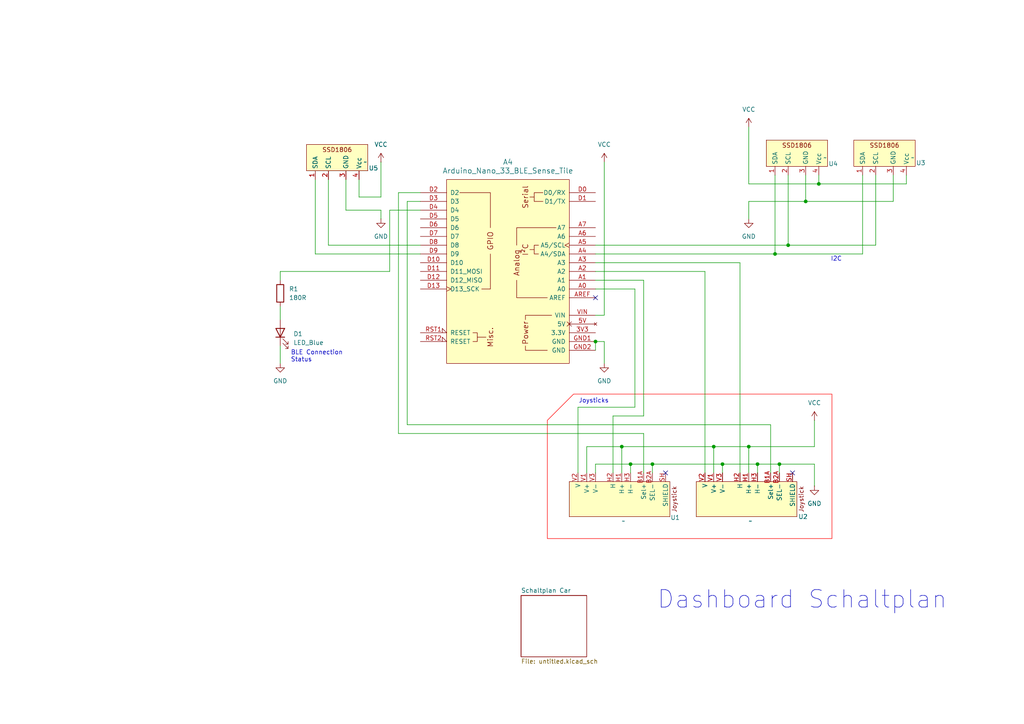
<source format=kicad_sch>
(kicad_sch (version 20250114) (generator "eeschema") (generator_version "9.0")
  (paper "A4")
  (lib_symbols
    (symbol "Device:LED" (pin_numbers (hide yes)) (pin_names (offset 1.016) (hide yes))
      (property "Reference" "D" (at 0 2.54 0))
      (property "Value" "LED" (at 0 -2.54 0))
      (symbol "LED_0_1"
        (polyline (pts (xy -3.048 -0.762) (xy -4.572 -2.286) (xy -3.81 -2.286) (xy -4.572 -2.286) (xy -4.572 -1.524)))
        (polyline (pts (xy -1.778 -0.762) (xy -3.302 -2.286) (xy -2.54 -2.286) (xy -3.302 -2.286) (xy -3.302 -1.524)))
        (polyline (pts (xy -1.27 0) (xy 1.27 0)))
        (polyline (pts (xy -1.27 -1.27) (xy -1.27 1.27)) (stroke (width 0.254)))
        (polyline (pts (xy 1.27 -1.27) (xy 1.27 1.27) (xy -1.27 0) (xy 1.27 -1.27)) (stroke (width 0.254)))
      )
      (symbol "LED_1_1"
        (pin passive line (at -3.81 0 0) (length 2.54) (name "K") (number "1"))
        (pin passive line (at 3.81 0 180) (length 2.54) (name "A") (number "2"))
      )
    )
    (symbol "Device:R" (pin_numbers (hide yes)) (pin_names (offset 0))
      (property "Reference" "R" (at 2.032 0 90))
      (property "Value" "R" (at 0 0 90))
      (symbol "R_0_1"
        (rectangle (start -1.016 -2.54) (end 1.016 2.54) (stroke (width 0.254)))
      )
      (symbol "R_1_1"
        (pin passive line (at 0 3.81 270) (length 1.27) (name "~") (number "1"))
        (pin passive line (at 0 -3.81 90) (length 1.27) (name "~") (number "2"))
      )
    )
    (symbol "SSD1806_1"
      (property "Reference" "U" (at 9.652 -3.048 0))
      (symbol "SSD1806_1_1_1"
        (rectangle (start -8.89 3.81) (end 8.89 -3.81) (fill (type background)))
        (text "SSD1806\n" (at 0 2.286 0) (effects (font (size 1.27 1.27))))
        (pin input line (at -6.35 -6.35 90) (length 2.54) (name "SDA") (number "1"))
        (pin input line (at -2.54 -6.35 90) (length 2.54) (name "SCL") (number "2"))
        (pin input line (at 2.54 -6.35 90) (length 2.54) (name "GND") (number "3"))
        (pin input line (at 6.35 -6.35 90) (length 2.54) (name "Vcc") (number "4"))
      )
    )
    (symbol "arduino-library:Arduino_Nano_33_BLE_Sense_Tile" (pin_names (offset 1.016))
      (property "Reference" "A" (at 0 33.02 0))
      (property "Value" "Arduino_Nano_33_BLE_Sense_Tile" (at 0 29.21 0))
      (symbol "Arduino_Nano_33_BLE_Sense_Tile_0_0"
        (rectangle (start -17.78 26.67) (end 17.78 -26.67) (fill (type background)))
        (polyline (pts (xy -11.43 -22.86) (xy -5.08 -22.86) (xy -5.08 -21.59)))
        (polyline (pts (xy -10.16 22.86) (xy -7.62 22.86) (xy -7.62 20.32) (xy -10.16 20.32)))
        (polyline (pts (xy -8.89 7.62) (xy -7.62 7.62) (xy -7.62 5.08) (xy -8.89 5.08)))
        (polyline (pts (xy -7.62 21.59) (xy -6.35 21.59)))
        (polyline (pts (xy -7.62 6.35) (xy -6.35 6.35)))
        (polyline (pts (xy -5.08 -13.97) (xy -5.08 -12.7) (xy -12.7 -12.7)))
        (polyline (pts (xy 8.89 -19.05) (xy 6.35 -19.05)))
        (text "Serial" (at -5.08 21.59 900) (effects (font (size 1.524 1.524))))
        (text "I²C" (at -5.08 6.35 900) (effects (font (size 1.524 1.524))))
        (text "Power" (at -5.08 -17.78 900) (effects (font (size 1.524 1.524))))
        (text "Analog" (at -2.54 2.54 900) (effects (font (size 1.524 1.524))))
        (text "Misc." (at 5.08 -19.05 900) (effects (font (size 1.524 1.524))))
      )
      (symbol "Arduino_Nano_33_BLE_Sense_Tile_0_1"
        (polyline (pts (xy -13.97 12.7) (xy -2.54 12.7) (xy -2.54 7.62)))
        (polyline (pts (xy -11.43 -7.62) (xy -2.54 -7.62) (xy -2.54 -2.54)))
        (polyline (pts (xy 7.62 -5.08) (xy 5.08 -5.08) (xy 5.08 5.08)))
        (polyline (pts (xy 10.16 -17.78) (xy 8.89 -17.78) (xy 8.89 -20.32) (xy 10.16 -20.32)))
        (polyline (pts (xy 13.97 22.86) (xy 5.08 22.86) (xy 5.08 12.7)))
      )
      (symbol "Arduino_Nano_33_BLE_Sense_Tile_1_0"
        (text "GPIO" (at 5.08 8.89 900) (effects (font (size 1.524 1.524))))
      )
      (symbol "Arduino_Nano_33_BLE_Sense_Tile_1_1"
        (pin bidirectional line (at -25.4 22.86 0) (length 7.62) (name "D0/RX") (number "D0"))
        (pin bidirectional line (at -25.4 20.32 0) (length 7.62) (name "D1/TX") (number "D1"))
        (pin input line (at -25.4 12.7 0) (length 7.62) (name "A7") (number "A7"))
        (pin input line (at -25.4 10.16 0) (length 7.62) (name "A6") (number "A6"))
        (pin bidirectional clock (at -25.4 7.62 0) (length 7.62) (name "A5/SCL") (number "A5"))
        (pin bidirectional line (at -25.4 5.08 0) (length 7.62) (name "A4/SDA") (number "A4"))
        (pin bidirectional line (at -25.4 2.54 0) (length 7.62) (name "A3") (number "A3"))
        (pin bidirectional line (at -25.4 0 0) (length 7.62) (name "A2") (number "A2"))
        (pin bidirectional line (at -25.4 -2.54 0) (length 7.62) (name "A1") (number "A1"))
        (pin bidirectional line (at -25.4 -5.08 0) (length 7.62) (name "A0") (number "A0"))
        (pin input line (at -25.4 -7.62 0) (length 7.62) (name "AREF") (number "AREF"))
        (pin power_in line (at -25.4 -12.7 0) (length 7.62) (name "VIN") (number "VIN"))
        (pin no_connect non_logic (at -25.4 -15.24 0) (length 7.62) (name "5V") (number "5V"))
        (pin power_in line (at -25.4 -17.78 0) (length 7.62) (name "3.3V") (number "3V3"))
        (pin power_in line (at -25.4 -20.32 0) (length 7.62) (name "GND") (number "GND1"))
        (pin power_in line (at -25.4 -22.86 0) (length 7.62) (name "GND") (number "GND2"))
        (pin bidirectional line (at 25.4 22.86 180) (length 7.62) (name "D2") (number "D2"))
        (pin bidirectional line (at 25.4 20.32 180) (length 7.62) (name "D3") (number "D3"))
        (pin bidirectional line (at 25.4 17.78 180) (length 7.62) (name "D4") (number "D4"))
        (pin bidirectional line (at 25.4 15.24 180) (length 7.62) (name "D5") (number "D5"))
        (pin bidirectional line (at 25.4 12.7 180) (length 7.62) (name "D6") (number "D6"))
        (pin bidirectional line (at 25.4 10.16 180) (length 7.62) (name "D7") (number "D7"))
        (pin bidirectional line (at 25.4 7.62 180) (length 7.62) (name "D8") (number "D8"))
        (pin bidirectional line (at 25.4 5.08 180) (length 7.62) (name "D9") (number "D9"))
        (pin bidirectional line (at 25.4 2.54 180) (length 7.62) (name "D10") (number "D10"))
        (pin bidirectional line (at 25.4 0 180) (length 7.62) (name "D11_MOSI") (number "D11"))
        (pin bidirectional line (at 25.4 -2.54 180) (length 7.62) (name "D12_MISO") (number "D12"))
        (pin bidirectional clock (at 25.4 -5.08 180) (length 7.62) (name "D13_SCK") (number "D13"))
        (pin open_collector input_low (at 25.4 -17.78 180) (length 7.62) (name "RESET") (number "RST1"))
        (pin open_collector input_low (at 25.4 -20.32 180) (length 7.62) (name "RESET") (number "RST2"))
      )
    )
    (symbol "es_custom_symbols:Joystick"
      (property "Reference" "U" (at -3.048 7.366 0))
      (symbol "Joystick_1_1"
        (rectangle (start -3.81 6.35) (end 6.35 -22.86) (fill (type background)))
        (text "Joystick" (at 1.27 -24.13 0) (effects (font (size 1.27 1.27))))
        (pin output line (at -6.35 3.81 0) (length 2.54) (name "V") (number "V2"))
        (pin power_in line (at -6.35 1.27 0) (length 2.54) (name "V+") (number "V1"))
        (pin input line (at -6.35 -1.27 0) (length 2.54) (name "V-") (number "V3"))
        (pin output line (at -6.35 -6.35 0) (length 2.54) (name "H") (number "H2"))
        (pin power_in line (at -6.35 -8.89 0) (length 2.54) (name "H+") (number "H1"))
        (pin input line (at -6.35 -11.43 0) (length 2.54) (name "H-") (number "H3"))
        (pin input line (at -6.35 -15.24 0) (length 2.54) (name "Sel+") (number "B1A"))
        (pin input line (at -6.35 -17.78 0) (length 2.54) (name "SEL-") (number "B2A"))
        (pin input line (at -6.35 -21.59 0) (length 2.54) (name "SHIELD") (number "SH"))
      )
    )
    (symbol "es_custom_symbols:SSD1806"
      (property "Reference" "U" (at 9.652 -3.048 0))
      (symbol "SSD1806_1_1"
        (rectangle (start -8.89 3.81) (end 8.89 -3.81) (fill (type background)))
        (text "SSD1806\n" (at 0 2.286 0) (effects (font (size 1.27 1.27))))
        (pin input line (at -6.35 -6.35 90) (length 2.54) (name "SDA") (number "1"))
        (pin input line (at -2.54 -6.35 90) (length 2.54) (name "SCL") (number "2"))
        (pin input line (at 2.54 -6.35 90) (length 2.54) (name "GND") (number "3"))
        (pin input line (at 6.35 -6.35 90) (length 2.54) (name "Vcc") (number "4"))
      )
    )
    (symbol "power:GND" (power) (pin_numbers (hide yes)) (pin_names (offset 0) (hide yes))
      (property "Value" "GND" (at 0 -3.81 0))
      (symbol "GND_0_1"
        (polyline (pts (xy 0 0) (xy 0 -1.27) (xy 1.27 -1.27) (xy 0 -2.54) (xy -1.27 -1.27) (xy 0 -1.27)))
      )
      (symbol "GND_1_1"
        (pin power_in line (at 0 0 270) (length 0) (name "~") (number "1"))
      )
    )
    (symbol "power:VCC" (power) (pin_numbers (hide yes)) (pin_names (offset 0) (hide yes))
      (property "Value" "VCC" (at 0 3.556 0))
      (symbol "VCC_0_1"
        (polyline (pts (xy -0.762 1.27) (xy 0 2.54)))
        (polyline (pts (xy 0 2.54) (xy 0.762 1.27)))
        (polyline (pts (xy 0 0) (xy 0 2.54)))
      )
      (symbol "VCC_1_1"
        (pin power_in line (at 0 0 90) (length 0) (name "~") (number "1"))
      )
    )
  )
  (text "Joysticks" (at 172.212 116.332 0) (effects (font (size 1.27 1.27))))
  (text "BLE Connection\nStatus" (at 84.328 103.378 0) (effects (font (size 1.27 1.27)) (justify left)))
  (text "I2C" (at 242.57 75.184 0) (effects (font (size 1.27 1.27))))
  (text "Dashboard Schaltplan\n" (at 232.664 173.99 0) (effects (font (size 5.08 5.08))))
  (junction (at 237.49 53.34))
  (junction (at 180.34 129.54))
  (junction (at 219.71 134.62))
  (junction (at 209.55 134.62))
  (junction (at 228.6 71.12))
  (junction (at 226.06 134.62))
  (junction (at 189.23 134.62))
  (junction (at 233.68 58.42))
  (junction (at 172.72 99.06))
  (junction (at 224.79 73.66))
  (junction (at 217.17 129.54))
  (junction (at 182.88 134.62))
  (junction (at 207.01 129.54))
  (no_connect (at 229.87 137.16))
  (no_connect (at 193.04 137.16))
  (no_connect (at 172.72 86.36))
  (wire (pts (xy 204.47 78.74) (xy 204.47 137.16)))
  (wire (pts (xy 81.28 88.9) (xy 81.28 92.71)))
  (wire (pts (xy 236.22 134.62) (xy 226.06 134.62)))
  (wire (pts (xy 217.17 137.16) (xy 217.17 129.54)))
  (wire (pts (xy 110.49 63.5) (xy 110.49 60.96)))
  (wire (pts (xy 209.55 134.62) (xy 189.23 134.62)))
  (wire (pts (xy 262.89 53.34) (xy 262.89 50.8)))
  (wire (pts (xy 113.03 60.96) (xy 113.03 78.74)))
  (wire (pts (xy 223.52 137.16) (xy 223.52 123.19)))
  (wire (pts (xy 224.79 73.66) (xy 250.19 73.66)))
  (wire (pts (xy 175.26 46.99) (xy 175.26 91.44)))
  (wire (pts (xy 91.44 73.66) (xy 91.44 52.07)))
  (wire (pts (xy 118.11 123.19) (xy 118.11 58.42)))
  (wire (pts (xy 172.72 76.2) (xy 214.63 76.2)))
  (wire (pts (xy 121.92 55.88) (xy 115.57 55.88)))
  (wire (pts (xy 167.64 118.11) (xy 167.64 137.16)))
  (wire (pts (xy 189.23 134.62) (xy 182.88 134.62)))
  (wire (pts (xy 186.69 137.16) (xy 186.69 125.73)))
  (wire (pts (xy 172.72 99.06) (xy 172.72 101.6)))
  (wire (pts (xy 81.28 100.33) (xy 81.28 105.41)))
  (wire (pts (xy 219.71 134.62) (xy 209.55 134.62)))
  (wire (pts (xy 217.17 36.83) (xy 217.17 53.34)))
  (wire (pts (xy 224.79 50.8) (xy 224.79 73.66)))
  (wire (pts (xy 237.49 53.34) (xy 262.89 53.34)))
  (wire (pts (xy 217.17 58.42) (xy 233.68 58.42)))
  (wire (pts (xy 95.25 52.07) (xy 95.25 71.12)))
  (wire (pts (xy 186.69 120.65) (xy 186.69 81.28)))
  (wire (pts (xy 182.88 134.62) (xy 182.88 137.16)))
  (wire (pts (xy 177.8 120.65) (xy 177.8 137.16)))
  (wire (pts (xy 228.6 50.8) (xy 228.6 71.12)))
  (wire (pts (xy 180.34 137.16) (xy 180.34 129.54)))
  (wire (pts (xy 113.03 78.74) (xy 81.28 78.74)))
  (wire (pts (xy 226.06 134.62) (xy 219.71 134.62)))
  (wire (pts (xy 226.06 137.16) (xy 226.06 134.62)))
  (wire (pts (xy 177.8 120.65) (xy 186.69 120.65)))
  (wire (pts (xy 175.26 105.41) (xy 175.26 99.06)))
  (wire (pts (xy 236.22 140.97) (xy 236.22 134.62)))
  (wire (pts (xy 254 71.12) (xy 254 50.8)))
  (wire (pts (xy 209.55 137.16) (xy 209.55 134.62)))
  (wire (pts (xy 259.08 58.42) (xy 233.68 58.42)))
  (wire (pts (xy 170.18 129.54) (xy 170.18 137.16)))
  (wire (pts (xy 95.25 71.12) (xy 121.92 71.12)))
  (wire (pts (xy 167.64 118.11) (xy 184.15 118.11)))
  (wire (pts (xy 184.15 83.82) (xy 172.72 83.82)))
  (wire (pts (xy 172.72 73.66) (xy 224.79 73.66)))
  (wire (pts (xy 233.68 50.8) (xy 233.68 58.42)))
  (wire (pts (xy 250.19 73.66) (xy 250.19 50.8)))
  (wire (pts (xy 236.22 121.92) (xy 236.22 129.54)))
  (wire (pts (xy 182.88 134.62) (xy 172.72 134.62)))
  (wire (pts (xy 259.08 50.8) (xy 259.08 58.42)))
  (wire (pts (xy 207.01 129.54) (xy 180.34 129.54)))
  (wire (pts (xy 186.69 81.28) (xy 172.72 81.28)))
  (wire (pts (xy 189.23 137.16) (xy 189.23 134.62)))
  (wire (pts (xy 91.44 73.66) (xy 121.92 73.66)))
  (wire (pts (xy 118.11 58.42) (xy 121.92 58.42)))
  (wire (pts (xy 207.01 137.16) (xy 207.01 129.54)))
  (wire (pts (xy 110.49 57.15) (xy 104.14 57.15)))
  (wire (pts (xy 180.34 129.54) (xy 170.18 129.54)))
  (wire (pts (xy 175.26 91.44) (xy 172.72 91.44)))
  (wire (pts (xy 184.15 118.11) (xy 184.15 83.82)))
  (wire (pts (xy 172.72 71.12) (xy 228.6 71.12)))
  (wire (pts (xy 110.49 60.96) (xy 100.33 60.96)))
  (wire (pts (xy 217.17 129.54) (xy 207.01 129.54)))
  (wire (pts (xy 172.72 137.16) (xy 172.72 134.62)))
  (wire (pts (xy 217.17 53.34) (xy 237.49 53.34)))
  (wire (pts (xy 115.57 55.88) (xy 115.57 125.73)))
  (wire (pts (xy 237.49 53.34) (xy 237.49 50.8)))
  (wire (pts (xy 81.28 81.28) (xy 81.28 78.74)))
  (wire (pts (xy 219.71 137.16) (xy 219.71 134.62)))
  (wire (pts (xy 228.6 71.12) (xy 254 71.12)))
  (wire (pts (xy 214.63 76.2) (xy 214.63 137.16)))
  (wire (pts (xy 175.26 99.06) (xy 172.72 99.06)))
  (wire (pts (xy 100.33 60.96) (xy 100.33 52.07)))
  (wire (pts (xy 110.49 46.99) (xy 110.49 57.15)))
  (wire (pts (xy 236.22 129.54) (xy 217.17 129.54)))
  (wire (pts (xy 217.17 58.42) (xy 217.17 63.5)))
  (wire (pts (xy 121.92 60.96) (xy 113.03 60.96)))
  (wire (pts (xy 186.69 125.73) (xy 115.57 125.73)))
  (wire (pts (xy 104.14 57.15) (xy 104.14 52.07)))
  (wire (pts (xy 204.47 78.74) (xy 172.72 78.74)))
  (wire (pts (xy 118.11 123.19) (xy 223.52 123.19)))
  (rule_area (polyline (pts (xy 241.3 156.21) (xy 241.3 114.3) (xy 166.37 114.3) (xy 158.75 121.92) (xy 158.75 156.21))))
  (symbol (lib_id "Device:R") (at 81.28 85.09 0) (unit 1)
    (property "Reference" "R1" (at 83.82 83.8199 0) (effects (justify left)))
    (property "Value" "180R" (at 83.82 86.3599 0) (effects (justify left)))
    (property "Description" "Resistor" (effects (hide yes)))
  )
  (symbol (lib_id "power:VCC") (at 217.17 36.83 0) (unit 1)
    (property "Reference" "#PWR03" (effects (hide yes)))
    (property "Value" "VCC" (at 217.17 31.75 0))
    (property "Description" "Power symbol creates a global label with name \"VCC\"" (effects (hide yes)))
  )
  (symbol (lib_id "es_custom_symbols:Joystick") (at 171.45 143.51 90) (mirror x) (unit 1)
    (property "Reference" "U1" (at 195.834 150.114 90))
    (property "Value" "~" (at 180.8508 151.13 90))
  )
  (symbol (lib_id "power:GND") (at 236.22 140.97 0) (unit 1)
    (property "Reference" "#PWR02" (effects (hide yes)))
    (property "Value" "GND" (at 236.22 146.05 0))
    (property "Description" "Power symbol creates a global label with name \"GND\" , ground" (effects (hide yes)))
  )
  (symbol (lib_id "arduino-library:Arduino_Nano_33_BLE_Sense_Tile") (at 147.32 78.74 0) (mirror y) (unit 1)
    (property "Reference" "A4" (at 147.32 46.99 0) (effects (font (size 1.524 1.524))))
    (property "Value" "Arduino_Nano_33_BLE_Sense_Tile" (at 147.32 49.53 0) (effects (font (size 1.524 1.524))))
    (property "Footprint" "PCM_arduino-library:Arduino_Nano_Every_Tile" (effects (hide yes)))
    (property "Datasheet" "https://docs.arduino.cc/hardware/nano-33-ble-sense" (effects (hide yes)))
    (property "Description" "Tile (SMD Pads) for Arduino Nano 33 BLE Sense [R1]" (effects (hide yes)))
  )
  (symbol (lib_id "power:GND") (at 110.49 63.5 0) (unit 1)
    (property "Reference" "#PWR04" (effects (hide yes)))
    (property "Value" "GND" (at 110.49 68.58 0))
    (property "Description" "Power symbol creates a global label with name \"GND\" , ground" (effects (hide yes)))
  )
  (symbol (lib_id "power:VCC") (at 236.22 121.92 0) (unit 1)
    (property "Reference" "#PWR06" (effects (hide yes)))
    (property "Value" "VCC" (at 236.22 116.84 0))
    (property "Description" "Power symbol creates a global label with name \"VCC\"" (effects (hide yes)))
  )
  (symbol (lib_id "power:VCC") (at 175.26 46.99 0) (unit 1)
    (property "Reference" "#PWR07" (effects (hide yes)))
    (property "Value" "VCC" (at 175.26 41.91 0))
    (property "Description" "Power symbol creates a global label with name \"VCC\"" (effects (hide yes)))
  )
  (symbol (lib_id "Device:LED") (at 81.28 96.52 90) (unit 1)
    (property "Reference" "D1" (at 85.09 96.8374 90) (effects (justify right)))
    (property "Value" "LED_Blue" (at 85.09 99.3774 90) (effects (justify right)))
    (property "Description" "Light emitting diode" (effects (hide yes)))
    (property "Sim.Pins" "1=K 2=A" (effects (hide yes)))
  )
  (symbol (lib_id "power:GND") (at 217.17 63.5 0) (unit 1)
    (property "Reference" "#PWR01" (effects (hide yes)))
    (property "Value" "GND" (at 217.17 68.58 0))
    (property "Description" "Power symbol creates a global label with name \"GND\" , ground" (effects (hide yes)))
  )
  (symbol (lib_id "es_custom_symbols:SSD1806") (at 256.54 44.45 0) (unit 1)
    (property "Reference" "U3" (at 265.684 47.244 0) (effects (justify left)))
    (property "Value" "~" (at 264.16 45.72 0) (effects (justify left)))
  )
  (symbol (lib_id "power:GND") (at 81.28 105.41 0) (unit 1)
    (property "Reference" "#PWR09" (effects (hide yes)))
    (property "Value" "GND" (at 81.28 110.49 0))
    (property "Description" "Power symbol creates a global label with name \"GND\" , ground" (effects (hide yes)))
  )
  (symbol (lib_name "SSD1806_1") (lib_id "es_custom_symbols:SSD1806") (at 97.79 45.72 0) (unit 1)
    (property "Reference" "U5" (at 106.934 48.768 0) (effects (justify left)))
    (property "Value" "~" (at 105.41 46.99 0) (effects (justify left)))
  )
  (symbol (lib_id "power:GND") (at 175.26 105.41 0) (unit 1)
    (property "Reference" "#PWR08" (effects (hide yes)))
    (property "Value" "GND" (at 175.26 110.49 0))
    (property "Description" "Power symbol creates a global label with name \"GND\" , ground" (effects (hide yes)))
  )
  (symbol (lib_name "SSD1806_1") (lib_id "es_custom_symbols:SSD1806") (at 231.14 44.45 0) (unit 1)
    (property "Reference" "U4" (at 240.284 47.498 0) (effects (justify left)))
    (property "Value" "~" (at 238.76 45.72 0) (effects (justify left)))
  )
  (symbol (lib_id "es_custom_symbols:Joystick") (at 208.28 143.51 90) (mirror x) (unit 1)
    (property "Reference" "U2" (at 232.918 149.86 90))
    (property "Value" "~" (at 217.6808 151.13 90))
  )
  (symbol (lib_id "power:VCC") (at 110.49 46.99 0) (unit 1)
    (property "Reference" "#PWR05" (effects (hide yes)))
    (property "Value" "VCC" (at 110.49 41.91 0))
    (property "Description" "Power symbol creates a global label with name \"VCC\"" (effects (hide yes)))
  )
  (sheet (at 151.13 172.72) (size 19.05 17.78) (stroke (width 0.1524))
    (property "Sheetname" "Schaltplan Car" (at 151.13 172.0084 0) (effects (justify left bottom)))
    (property "Sheetfile" "untitled.kicad_sch" (at 151.13 191.0846 0) (effects (justify left top)))
  )
)
</source>
